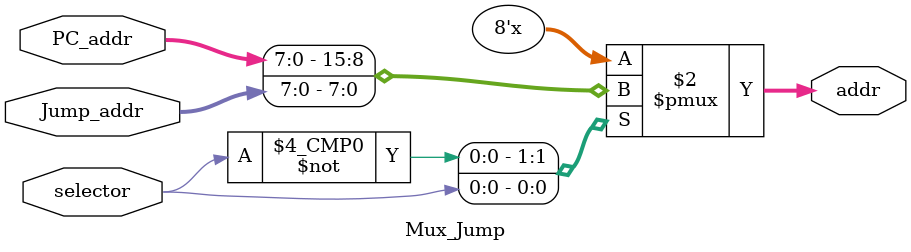
<source format=v>
`timescale 1ns / 1ps


module Mux_Jump(

input [7:0] PC_addr,
input [7:0] Jump_addr,
input selector,
output reg [7:0] addr
 );
always @(PC_addr, Jump_addr, selector)
    begin
        case(selector)
            1'b0: 
                addr = PC_addr;
            1'b1: 
                addr = Jump_addr;
        endcase
    end
endmodule

</source>
